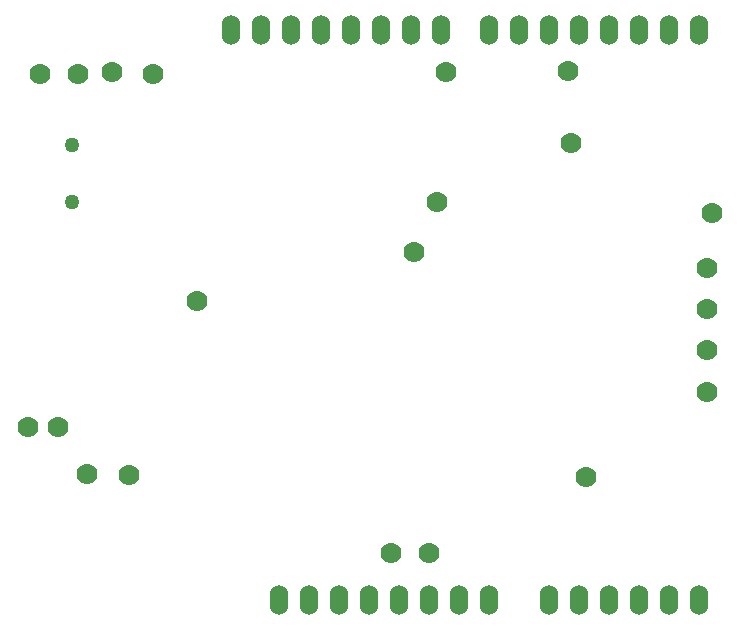
<source format=gbs>
G04 (created by PCBNEW (2013-07-07 BZR 4022)-stable) date 9/23/2014 8:39:01 AM*
%MOIN*%
G04 Gerber Fmt 3.4, Leading zero omitted, Abs format*
%FSLAX34Y34*%
G01*
G70*
G90*
G04 APERTURE LIST*
%ADD10C,0.00590551*%
%ADD11C,0.07*%
%ADD12C,0.05*%
%ADD13O,0.06X0.1*%
G04 APERTURE END LIST*
G54D10*
G54D11*
X89340Y-41800D03*
X78210Y-41810D03*
X77060Y-41860D03*
X75810Y-41860D03*
X79560Y-41860D03*
X93390Y-41760D03*
X77370Y-55210D03*
X81030Y-49430D03*
X88750Y-57850D03*
X98200Y-46500D03*
X87500Y-57850D03*
X94010Y-55286D03*
X93500Y-44160D03*
X89030Y-46120D03*
X88270Y-47800D03*
X78770Y-55245D03*
G54D12*
X76876Y-46150D03*
X76876Y-44229D03*
G54D11*
X98038Y-52456D03*
X98038Y-51078D03*
X98038Y-49700D03*
X98038Y-48322D03*
X75400Y-53637D03*
X76407Y-53641D03*
G54D13*
X89150Y-40400D03*
X88150Y-40400D03*
X87150Y-40400D03*
X86150Y-40400D03*
X85150Y-40400D03*
X84150Y-40400D03*
X83150Y-40400D03*
X82150Y-40400D03*
X86750Y-59400D03*
X85750Y-59400D03*
X84750Y-59400D03*
X83750Y-59400D03*
X87750Y-59400D03*
X88750Y-59400D03*
X89750Y-59400D03*
X90750Y-59400D03*
X92750Y-59400D03*
X93750Y-59400D03*
X94750Y-59400D03*
X95750Y-59400D03*
X96750Y-59400D03*
X97750Y-59400D03*
X97750Y-40400D03*
X96750Y-40400D03*
X95750Y-40400D03*
X94750Y-40400D03*
X93750Y-40400D03*
X92750Y-40400D03*
X91750Y-40400D03*
X90750Y-40400D03*
M02*

</source>
